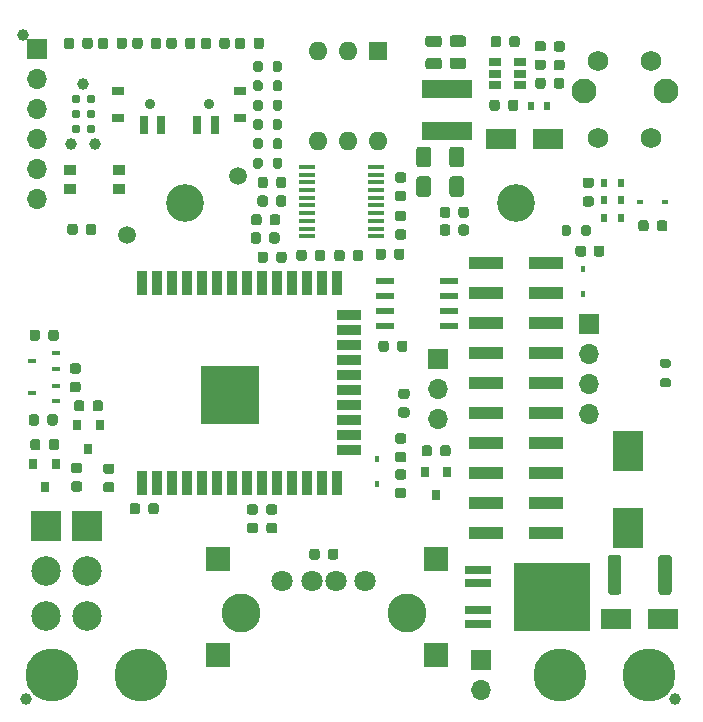
<source format=gts>
G04 #@! TF.GenerationSoftware,KiCad,Pcbnew,5.1.10*
G04 #@! TF.CreationDate,2021-09-27T13:14:11+02:00*
G04 #@! TF.ProjectId,KXKM_ESP32_battery_management_board,4b584b4d-5f45-4535-9033-325f62617474,3.0*
G04 #@! TF.SameCoordinates,PX623a7c0PY839b680*
G04 #@! TF.FileFunction,Soldermask,Top*
G04 #@! TF.FilePolarity,Negative*
%FSLAX46Y46*%
G04 Gerber Fmt 4.6, Leading zero omitted, Abs format (unit mm)*
G04 Created by KiCad (PCBNEW 5.1.10) date 2021-09-27 13:14:11*
%MOMM*%
%LPD*%
G01*
G04 APERTURE LIST*
%ADD10O,1.600000X1.600000*%
%ADD11R,1.600000X1.600000*%
%ADD12O,1.700000X1.700000*%
%ADD13R,1.700000X1.700000*%
%ADD14R,0.600000X0.700000*%
%ADD15R,0.450000X0.600000*%
%ADD16R,0.900000X2.000000*%
%ADD17R,2.000000X0.900000*%
%ADD18R,5.000000X5.000000*%
%ADD19R,2.500000X2.500000*%
%ADD20C,2.500000*%
%ADD21R,0.800000X0.900000*%
%ADD22R,2.000000X2.000000*%
%ADD23C,1.800000*%
%ADD24C,3.300000*%
%ADD25C,1.000000*%
%ADD26R,2.500000X3.500000*%
%ADD27R,6.400000X5.800000*%
%ADD28R,2.200000X0.800000*%
%ADD29C,4.500880*%
%ADD30R,3.000000X1.000000*%
%ADD31R,4.200000X1.500000*%
%ADD32R,0.700000X0.450000*%
%ADD33R,2.500000X1.800000*%
%ADD34C,0.900000*%
%ADD35R,0.700000X1.500000*%
%ADD36R,1.000000X0.800000*%
%ADD37R,1.000000X0.900000*%
%ADD38C,0.787400*%
%ADD39C,0.990600*%
%ADD40R,0.600000X0.450000*%
%ADD41C,3.200000*%
%ADD42R,1.550000X0.600000*%
%ADD43R,1.450000X0.450000*%
%ADD44R,1.060000X0.650000*%
%ADD45C,1.500000*%
%ADD46C,2.100000*%
%ADD47C,1.750000*%
G04 APERTURE END LIST*
G36*
G01*
X21665000Y50743000D02*
X21665000Y51293000D01*
G75*
G02*
X21865000Y51493000I200000J0D01*
G01*
X22265000Y51493000D01*
G75*
G02*
X22465000Y51293000I0J-200000D01*
G01*
X22465000Y50743000D01*
G75*
G02*
X22265000Y50543000I-200000J0D01*
G01*
X21865000Y50543000D01*
G75*
G02*
X21665000Y50743000I0J200000D01*
G01*
G37*
G36*
G01*
X20015000Y50743000D02*
X20015000Y51293000D01*
G75*
G02*
X20215000Y51493000I200000J0D01*
G01*
X20615000Y51493000D01*
G75*
G02*
X20815000Y51293000I0J-200000D01*
G01*
X20815000Y50743000D01*
G75*
G02*
X20615000Y50543000I-200000J0D01*
G01*
X20215000Y50543000D01*
G75*
G02*
X20015000Y50743000I0J200000D01*
G01*
G37*
G36*
G01*
X20815000Y52929000D02*
X20815000Y52379000D01*
G75*
G02*
X20615000Y52179000I-200000J0D01*
G01*
X20215000Y52179000D01*
G75*
G02*
X20015000Y52379000I0J200000D01*
G01*
X20015000Y52929000D01*
G75*
G02*
X20215000Y53129000I200000J0D01*
G01*
X20615000Y53129000D01*
G75*
G02*
X20815000Y52929000I0J-200000D01*
G01*
G37*
G36*
G01*
X22465000Y52929000D02*
X22465000Y52379000D01*
G75*
G02*
X22265000Y52179000I-200000J0D01*
G01*
X21865000Y52179000D01*
G75*
G02*
X21665000Y52379000I0J200000D01*
G01*
X21665000Y52929000D01*
G75*
G02*
X21865000Y53129000I200000J0D01*
G01*
X22265000Y53129000D01*
G75*
G02*
X22465000Y52929000I0J-200000D01*
G01*
G37*
G36*
G01*
X21665000Y54015000D02*
X21665000Y54565000D01*
G75*
G02*
X21865000Y54765000I200000J0D01*
G01*
X22265000Y54765000D01*
G75*
G02*
X22465000Y54565000I0J-200000D01*
G01*
X22465000Y54015000D01*
G75*
G02*
X22265000Y53815000I-200000J0D01*
G01*
X21865000Y53815000D01*
G75*
G02*
X21665000Y54015000I0J200000D01*
G01*
G37*
G36*
G01*
X20015000Y54015000D02*
X20015000Y54565000D01*
G75*
G02*
X20215000Y54765000I200000J0D01*
G01*
X20615000Y54765000D01*
G75*
G02*
X20815000Y54565000I0J-200000D01*
G01*
X20815000Y54015000D01*
G75*
G02*
X20615000Y53815000I-200000J0D01*
G01*
X20215000Y53815000D01*
G75*
G02*
X20015000Y54015000I0J200000D01*
G01*
G37*
G36*
G01*
X21665000Y49107000D02*
X21665000Y49657000D01*
G75*
G02*
X21865000Y49857000I200000J0D01*
G01*
X22265000Y49857000D01*
G75*
G02*
X22465000Y49657000I0J-200000D01*
G01*
X22465000Y49107000D01*
G75*
G02*
X22265000Y48907000I-200000J0D01*
G01*
X21865000Y48907000D01*
G75*
G02*
X21665000Y49107000I0J200000D01*
G01*
G37*
G36*
G01*
X20015000Y49107000D02*
X20015000Y49657000D01*
G75*
G02*
X20215000Y49857000I200000J0D01*
G01*
X20615000Y49857000D01*
G75*
G02*
X20815000Y49657000I0J-200000D01*
G01*
X20815000Y49107000D01*
G75*
G02*
X20615000Y48907000I-200000J0D01*
G01*
X20215000Y48907000D01*
G75*
G02*
X20015000Y49107000I0J200000D01*
G01*
G37*
G36*
G01*
X21665000Y45835000D02*
X21665000Y46385000D01*
G75*
G02*
X21865000Y46585000I200000J0D01*
G01*
X22265000Y46585000D01*
G75*
G02*
X22465000Y46385000I0J-200000D01*
G01*
X22465000Y45835000D01*
G75*
G02*
X22265000Y45635000I-200000J0D01*
G01*
X21865000Y45635000D01*
G75*
G02*
X21665000Y45835000I0J200000D01*
G01*
G37*
G36*
G01*
X20015000Y45835000D02*
X20015000Y46385000D01*
G75*
G02*
X20215000Y46585000I200000J0D01*
G01*
X20615000Y46585000D01*
G75*
G02*
X20815000Y46385000I0J-200000D01*
G01*
X20815000Y45835000D01*
G75*
G02*
X20615000Y45635000I-200000J0D01*
G01*
X20215000Y45635000D01*
G75*
G02*
X20015000Y45835000I0J200000D01*
G01*
G37*
G36*
G01*
X20815000Y48021000D02*
X20815000Y47471000D01*
G75*
G02*
X20615000Y47271000I-200000J0D01*
G01*
X20215000Y47271000D01*
G75*
G02*
X20015000Y47471000I0J200000D01*
G01*
X20015000Y48021000D01*
G75*
G02*
X20215000Y48221000I200000J0D01*
G01*
X20615000Y48221000D01*
G75*
G02*
X20815000Y48021000I0J-200000D01*
G01*
G37*
G36*
G01*
X22465000Y48021000D02*
X22465000Y47471000D01*
G75*
G02*
X22265000Y47271000I-200000J0D01*
G01*
X21865000Y47271000D01*
G75*
G02*
X21665000Y47471000I0J200000D01*
G01*
X21665000Y48021000D01*
G75*
G02*
X21865000Y48221000I200000J0D01*
G01*
X22265000Y48221000D01*
G75*
G02*
X22465000Y48021000I0J-200000D01*
G01*
G37*
D10*
X30560000Y48020000D03*
X25480000Y55640000D03*
X28020000Y48020000D03*
X28020000Y55640000D03*
X25480000Y48020000D03*
D11*
X30560000Y55640000D03*
D12*
X39325000Y1510000D03*
D13*
X39325000Y4050000D03*
G36*
G01*
X46935000Y40685000D02*
X46935000Y40135000D01*
G75*
G02*
X46735000Y39935000I-200000J0D01*
G01*
X46335000Y39935000D01*
G75*
G02*
X46135000Y40135000I0J200000D01*
G01*
X46135000Y40685000D01*
G75*
G02*
X46335000Y40885000I200000J0D01*
G01*
X46735000Y40885000D01*
G75*
G02*
X46935000Y40685000I0J-200000D01*
G01*
G37*
G36*
G01*
X48585000Y40685000D02*
X48585000Y40135000D01*
G75*
G02*
X48385000Y39935000I-200000J0D01*
G01*
X47985000Y39935000D01*
G75*
G02*
X47785000Y40135000I0J200000D01*
G01*
X47785000Y40685000D01*
G75*
G02*
X47985000Y40885000I200000J0D01*
G01*
X48385000Y40885000D01*
G75*
G02*
X48585000Y40685000I0J-200000D01*
G01*
G37*
G36*
G01*
X55185000Y28765000D02*
X54635000Y28765000D01*
G75*
G02*
X54435000Y28965000I0J200000D01*
G01*
X54435000Y29365000D01*
G75*
G02*
X54635000Y29565000I200000J0D01*
G01*
X55185000Y29565000D01*
G75*
G02*
X55385000Y29365000I0J-200000D01*
G01*
X55385000Y28965000D01*
G75*
G02*
X55185000Y28765000I-200000J0D01*
G01*
G37*
G36*
G01*
X55185000Y27115000D02*
X54635000Y27115000D01*
G75*
G02*
X54435000Y27315000I0J200000D01*
G01*
X54435000Y27715000D01*
G75*
G02*
X54635000Y27915000I200000J0D01*
G01*
X55185000Y27915000D01*
G75*
G02*
X55385000Y27715000I0J-200000D01*
G01*
X55385000Y27315000D01*
G75*
G02*
X55185000Y27115000I-200000J0D01*
G01*
G37*
D14*
X49750000Y41440000D03*
X51150000Y41440000D03*
D15*
X47970000Y37140000D03*
X47970000Y35040000D03*
G36*
G01*
X48205000Y38910000D02*
X48205000Y38410000D01*
G75*
G02*
X47980000Y38185000I-225000J0D01*
G01*
X47530000Y38185000D01*
G75*
G02*
X47305000Y38410000I0J225000D01*
G01*
X47305000Y38910000D01*
G75*
G02*
X47530000Y39135000I225000J0D01*
G01*
X47980000Y39135000D01*
G75*
G02*
X48205000Y38910000I0J-225000D01*
G01*
G37*
G36*
G01*
X49755000Y38910000D02*
X49755000Y38410000D01*
G75*
G02*
X49530000Y38185000I-225000J0D01*
G01*
X49080000Y38185000D01*
G75*
G02*
X48855000Y38410000I0J225000D01*
G01*
X48855000Y38910000D01*
G75*
G02*
X49080000Y39135000I225000J0D01*
G01*
X49530000Y39135000D01*
G75*
G02*
X49755000Y38910000I0J-225000D01*
G01*
G37*
D16*
X10595000Y36000000D03*
X11865000Y36000000D03*
X13135000Y36000000D03*
X14405000Y36000000D03*
X15675000Y36000000D03*
X16945000Y36000000D03*
X18215000Y36000000D03*
X19485000Y36000000D03*
X20755000Y36000000D03*
X22025000Y36000000D03*
X23295000Y36000000D03*
X24565000Y36000000D03*
X25835000Y36000000D03*
X27105000Y36000000D03*
D17*
X28105000Y33215000D03*
X28105000Y31945000D03*
X28105000Y30675000D03*
X28105000Y29405000D03*
X28105000Y28135000D03*
X28105000Y26865000D03*
X28105000Y25595000D03*
X28105000Y24325000D03*
X28105000Y23055000D03*
X28105000Y21785000D03*
D16*
X27105000Y19000000D03*
X25835000Y19000000D03*
X24565000Y19000000D03*
X23295000Y19000000D03*
X22025000Y19000000D03*
X20755000Y19000000D03*
X19485000Y19000000D03*
X18215000Y19000000D03*
X16945000Y19000000D03*
X15675000Y19000000D03*
X14405000Y19000000D03*
X13135000Y19000000D03*
X11865000Y19000000D03*
X10595000Y19000000D03*
D18*
X18095000Y26500000D03*
G36*
G01*
X26350000Y12743750D02*
X26350000Y13256250D01*
G75*
G02*
X26568750Y13475000I218750J0D01*
G01*
X27006250Y13475000D01*
G75*
G02*
X27225000Y13256250I0J-218750D01*
G01*
X27225000Y12743750D01*
G75*
G02*
X27006250Y12525000I-218750J0D01*
G01*
X26568750Y12525000D01*
G75*
G02*
X26350000Y12743750I0J218750D01*
G01*
G37*
G36*
G01*
X24775000Y12743750D02*
X24775000Y13256250D01*
G75*
G02*
X24993750Y13475000I218750J0D01*
G01*
X25431250Y13475000D01*
G75*
G02*
X25650000Y13256250I0J-218750D01*
G01*
X25650000Y12743750D01*
G75*
G02*
X25431250Y12525000I-218750J0D01*
G01*
X24993750Y12525000D01*
G75*
G02*
X24775000Y12743750I0J218750D01*
G01*
G37*
D19*
X2450000Y15410000D03*
D20*
X2450000Y11600000D03*
X2450000Y7790000D03*
D19*
X5950000Y15410000D03*
D20*
X5950000Y11600000D03*
X5950000Y7790000D03*
D21*
X35500000Y18000000D03*
X34550000Y20000000D03*
X36450000Y20000000D03*
D22*
X35500000Y4440000D03*
X35500000Y12560000D03*
X17000000Y4440000D03*
X17000000Y12560000D03*
D21*
X3310000Y20650000D03*
X1410000Y20650000D03*
X2360000Y18650000D03*
X7020000Y23910000D03*
X5120000Y23910000D03*
X6070000Y21910000D03*
D23*
X29500000Y10710000D03*
X27000000Y10710000D03*
X25000000Y10710000D03*
X22500000Y10710000D03*
D24*
X33000000Y8000000D03*
X19000000Y8000000D03*
D25*
X500000Y57000000D03*
X55750000Y750000D03*
X750000Y750000D03*
D26*
X51750000Y15250000D03*
X51750000Y21750000D03*
G36*
G01*
X7750000Y56506250D02*
X7750000Y55993750D01*
G75*
G02*
X7531250Y55775000I-218750J0D01*
G01*
X7093750Y55775000D01*
G75*
G02*
X6875000Y55993750I0J218750D01*
G01*
X6875000Y56506250D01*
G75*
G02*
X7093750Y56725000I218750J0D01*
G01*
X7531250Y56725000D01*
G75*
G02*
X7750000Y56506250I0J-218750D01*
G01*
G37*
G36*
G01*
X9325000Y56506250D02*
X9325000Y55993750D01*
G75*
G02*
X9106250Y55775000I-218750J0D01*
G01*
X8668750Y55775000D01*
G75*
G02*
X8450000Y55993750I0J218750D01*
G01*
X8450000Y56506250D01*
G75*
G02*
X8668750Y56725000I218750J0D01*
G01*
X9106250Y56725000D01*
G75*
G02*
X9325000Y56506250I0J-218750D01*
G01*
G37*
D14*
X51140000Y44460000D03*
X49740000Y44460000D03*
G36*
G01*
X37806250Y54075000D02*
X36893750Y54075000D01*
G75*
G02*
X36650000Y54318750I0J243750D01*
G01*
X36650000Y54806250D01*
G75*
G02*
X36893750Y55050000I243750J0D01*
G01*
X37806250Y55050000D01*
G75*
G02*
X38050000Y54806250I0J-243750D01*
G01*
X38050000Y54318750D01*
G75*
G02*
X37806250Y54075000I-243750J0D01*
G01*
G37*
G36*
G01*
X37806250Y55950000D02*
X36893750Y55950000D01*
G75*
G02*
X36650000Y56193750I0J243750D01*
G01*
X36650000Y56681250D01*
G75*
G02*
X36893750Y56925000I243750J0D01*
G01*
X37806250Y56925000D01*
G75*
G02*
X38050000Y56681250I0J-243750D01*
G01*
X38050000Y56193750D01*
G75*
G02*
X37806250Y55950000I-243750J0D01*
G01*
G37*
D27*
X45340000Y9410000D03*
D28*
X39040000Y7130000D03*
X39040000Y8270000D03*
X39040000Y10550000D03*
X39040000Y11690000D03*
G36*
G01*
X40125000Y56143750D02*
X40125000Y56656250D01*
G75*
G02*
X40343750Y56875000I218750J0D01*
G01*
X40781250Y56875000D01*
G75*
G02*
X41000000Y56656250I0J-218750D01*
G01*
X41000000Y56143750D01*
G75*
G02*
X40781250Y55925000I-218750J0D01*
G01*
X40343750Y55925000D01*
G75*
G02*
X40125000Y56143750I0J218750D01*
G01*
G37*
G36*
G01*
X41700000Y56143750D02*
X41700000Y56656250D01*
G75*
G02*
X41918750Y56875000I218750J0D01*
G01*
X42356250Y56875000D01*
G75*
G02*
X42575000Y56656250I0J-218750D01*
G01*
X42575000Y56143750D01*
G75*
G02*
X42356250Y55925000I-218750J0D01*
G01*
X41918750Y55925000D01*
G75*
G02*
X41700000Y56143750I0J218750D01*
G01*
G37*
G36*
G01*
X45668750Y56425000D02*
X46181250Y56425000D01*
G75*
G02*
X46400000Y56206250I0J-218750D01*
G01*
X46400000Y55768750D01*
G75*
G02*
X46181250Y55550000I-218750J0D01*
G01*
X45668750Y55550000D01*
G75*
G02*
X45450000Y55768750I0J218750D01*
G01*
X45450000Y56206250D01*
G75*
G02*
X45668750Y56425000I218750J0D01*
G01*
G37*
G36*
G01*
X45668750Y54850000D02*
X46181250Y54850000D01*
G75*
G02*
X46400000Y54631250I0J-218750D01*
G01*
X46400000Y54193750D01*
G75*
G02*
X46181250Y53975000I-218750J0D01*
G01*
X45668750Y53975000D01*
G75*
G02*
X45450000Y54193750I0J218750D01*
G01*
X45450000Y54631250D01*
G75*
G02*
X45668750Y54850000I218750J0D01*
G01*
G37*
G36*
G01*
X44068750Y54875000D02*
X44581250Y54875000D01*
G75*
G02*
X44800000Y54656250I0J-218750D01*
G01*
X44800000Y54218750D01*
G75*
G02*
X44581250Y54000000I-218750J0D01*
G01*
X44068750Y54000000D01*
G75*
G02*
X43850000Y54218750I0J218750D01*
G01*
X43850000Y54656250D01*
G75*
G02*
X44068750Y54875000I218750J0D01*
G01*
G37*
G36*
G01*
X44068750Y56450000D02*
X44581250Y56450000D01*
G75*
G02*
X44800000Y56231250I0J-218750D01*
G01*
X44800000Y55793750D01*
G75*
G02*
X44581250Y55575000I-218750J0D01*
G01*
X44068750Y55575000D01*
G75*
G02*
X43850000Y55793750I0J218750D01*
G01*
X43850000Y56231250D01*
G75*
G02*
X44068750Y56450000I218750J0D01*
G01*
G37*
G36*
G01*
X45475000Y52618750D02*
X45475000Y53131250D01*
G75*
G02*
X45693750Y53350000I218750J0D01*
G01*
X46131250Y53350000D01*
G75*
G02*
X46350000Y53131250I0J-218750D01*
G01*
X46350000Y52618750D01*
G75*
G02*
X46131250Y52400000I-218750J0D01*
G01*
X45693750Y52400000D01*
G75*
G02*
X45475000Y52618750I0J218750D01*
G01*
G37*
G36*
G01*
X43900000Y52618750D02*
X43900000Y53131250D01*
G75*
G02*
X44118750Y53350000I218750J0D01*
G01*
X44556250Y53350000D01*
G75*
G02*
X44775000Y53131250I0J-218750D01*
G01*
X44775000Y52618750D01*
G75*
G02*
X44556250Y52400000I-218750J0D01*
G01*
X44118750Y52400000D01*
G75*
G02*
X43900000Y52618750I0J218750D01*
G01*
G37*
D29*
X10500000Y2750000D03*
D12*
X48450000Y24880000D03*
X48450000Y27420000D03*
X48450000Y29960000D03*
D13*
X48450000Y32500000D03*
D30*
X44770000Y37680000D03*
X39730000Y37680000D03*
X44770000Y35140000D03*
X39730000Y35140000D03*
X44770000Y32600000D03*
X39730000Y32600000D03*
X44770000Y30060000D03*
X39730000Y30060000D03*
X44770000Y27520000D03*
X39730000Y27520000D03*
X44770000Y24980000D03*
X39730000Y24980000D03*
X44770000Y22440000D03*
X39730000Y22440000D03*
X44770000Y19900000D03*
X39730000Y19900000D03*
X44770000Y17360000D03*
X39730000Y17360000D03*
X44770000Y14820000D03*
X39730000Y14820000D03*
D31*
X36400000Y52425000D03*
X36400000Y48825000D03*
D32*
X3320000Y28710000D03*
X3320000Y30010000D03*
X1320000Y29360000D03*
G36*
G01*
X1015000Y24113750D02*
X1015000Y24626250D01*
G75*
G02*
X1233750Y24845000I218750J0D01*
G01*
X1671250Y24845000D01*
G75*
G02*
X1890000Y24626250I0J-218750D01*
G01*
X1890000Y24113750D01*
G75*
G02*
X1671250Y23895000I-218750J0D01*
G01*
X1233750Y23895000D01*
G75*
G02*
X1015000Y24113750I0J218750D01*
G01*
G37*
G36*
G01*
X2590000Y24113750D02*
X2590000Y24626250D01*
G75*
G02*
X2808750Y24845000I218750J0D01*
G01*
X3246250Y24845000D01*
G75*
G02*
X3465000Y24626250I0J-218750D01*
G01*
X3465000Y24113750D01*
G75*
G02*
X3246250Y23895000I-218750J0D01*
G01*
X2808750Y23895000D01*
G75*
G02*
X2590000Y24113750I0J218750D01*
G01*
G37*
G36*
G01*
X22835000Y44726250D02*
X22835000Y44213750D01*
G75*
G02*
X22616250Y43995000I-218750J0D01*
G01*
X22178750Y43995000D01*
G75*
G02*
X21960000Y44213750I0J218750D01*
G01*
X21960000Y44726250D01*
G75*
G02*
X22178750Y44945000I218750J0D01*
G01*
X22616250Y44945000D01*
G75*
G02*
X22835000Y44726250I0J-218750D01*
G01*
G37*
G36*
G01*
X21260000Y44726250D02*
X21260000Y44213750D01*
G75*
G02*
X21041250Y43995000I-218750J0D01*
G01*
X20603750Y43995000D01*
G75*
G02*
X20385000Y44213750I0J218750D01*
G01*
X20385000Y44726250D01*
G75*
G02*
X20603750Y44945000I218750J0D01*
G01*
X21041250Y44945000D01*
G75*
G02*
X21260000Y44726250I0J-218750D01*
G01*
G37*
G36*
G01*
X24540000Y38556250D02*
X24540000Y38043750D01*
G75*
G02*
X24321250Y37825000I-218750J0D01*
G01*
X23883750Y37825000D01*
G75*
G02*
X23665000Y38043750I0J218750D01*
G01*
X23665000Y38556250D01*
G75*
G02*
X23883750Y38775000I218750J0D01*
G01*
X24321250Y38775000D01*
G75*
G02*
X24540000Y38556250I0J-218750D01*
G01*
G37*
G36*
G01*
X26115000Y38556250D02*
X26115000Y38043750D01*
G75*
G02*
X25896250Y37825000I-218750J0D01*
G01*
X25458750Y37825000D01*
G75*
G02*
X25240000Y38043750I0J218750D01*
G01*
X25240000Y38556250D01*
G75*
G02*
X25458750Y38775000I218750J0D01*
G01*
X25896250Y38775000D01*
G75*
G02*
X26115000Y38556250I0J-218750D01*
G01*
G37*
G36*
G01*
X26885000Y38033750D02*
X26885000Y38546250D01*
G75*
G02*
X27103750Y38765000I218750J0D01*
G01*
X27541250Y38765000D01*
G75*
G02*
X27760000Y38546250I0J-218750D01*
G01*
X27760000Y38033750D01*
G75*
G02*
X27541250Y37815000I-218750J0D01*
G01*
X27103750Y37815000D01*
G75*
G02*
X26885000Y38033750I0J218750D01*
G01*
G37*
G36*
G01*
X28460000Y38033750D02*
X28460000Y38546250D01*
G75*
G02*
X28678750Y38765000I218750J0D01*
G01*
X29116250Y38765000D01*
G75*
G02*
X29335000Y38546250I0J-218750D01*
G01*
X29335000Y38033750D01*
G75*
G02*
X29116250Y37815000I-218750J0D01*
G01*
X28678750Y37815000D01*
G75*
G02*
X28460000Y38033750I0J218750D01*
G01*
G37*
G36*
G01*
X21375000Y39518750D02*
X21375000Y40031250D01*
G75*
G02*
X21593750Y40250000I218750J0D01*
G01*
X22031250Y40250000D01*
G75*
G02*
X22250000Y40031250I0J-218750D01*
G01*
X22250000Y39518750D01*
G75*
G02*
X22031250Y39300000I-218750J0D01*
G01*
X21593750Y39300000D01*
G75*
G02*
X21375000Y39518750I0J218750D01*
G01*
G37*
G36*
G01*
X19800000Y39518750D02*
X19800000Y40031250D01*
G75*
G02*
X20018750Y40250000I218750J0D01*
G01*
X20456250Y40250000D01*
G75*
G02*
X20675000Y40031250I0J-218750D01*
G01*
X20675000Y39518750D01*
G75*
G02*
X20456250Y39300000I-218750J0D01*
G01*
X20018750Y39300000D01*
G75*
G02*
X19800000Y39518750I0J218750D01*
G01*
G37*
G36*
G01*
X20395000Y37883750D02*
X20395000Y38396250D01*
G75*
G02*
X20613750Y38615000I218750J0D01*
G01*
X21051250Y38615000D01*
G75*
G02*
X21270000Y38396250I0J-218750D01*
G01*
X21270000Y37883750D01*
G75*
G02*
X21051250Y37665000I-218750J0D01*
G01*
X20613750Y37665000D01*
G75*
G02*
X20395000Y37883750I0J218750D01*
G01*
G37*
G36*
G01*
X21970000Y37883750D02*
X21970000Y38396250D01*
G75*
G02*
X22188750Y38615000I218750J0D01*
G01*
X22626250Y38615000D01*
G75*
G02*
X22845000Y38396250I0J-218750D01*
G01*
X22845000Y37883750D01*
G75*
G02*
X22626250Y37665000I-218750J0D01*
G01*
X22188750Y37665000D01*
G75*
G02*
X21970000Y37883750I0J218750D01*
G01*
G37*
D15*
X30500000Y18950000D03*
X30500000Y21050000D03*
D32*
X1320000Y26610000D03*
X3320000Y27260000D03*
X3320000Y25960000D03*
G36*
G01*
X19693750Y15650000D02*
X20206250Y15650000D01*
G75*
G02*
X20425000Y15431250I0J-218750D01*
G01*
X20425000Y14993750D01*
G75*
G02*
X20206250Y14775000I-218750J0D01*
G01*
X19693750Y14775000D01*
G75*
G02*
X19475000Y14993750I0J218750D01*
G01*
X19475000Y15431250D01*
G75*
G02*
X19693750Y15650000I218750J0D01*
G01*
G37*
G36*
G01*
X19693750Y17225000D02*
X20206250Y17225000D01*
G75*
G02*
X20425000Y17006250I0J-218750D01*
G01*
X20425000Y16568750D01*
G75*
G02*
X20206250Y16350000I-218750J0D01*
G01*
X19693750Y16350000D01*
G75*
G02*
X19475000Y16568750I0J218750D01*
G01*
X19475000Y17006250D01*
G75*
G02*
X19693750Y17225000I218750J0D01*
G01*
G37*
G36*
G01*
X6725000Y40756250D02*
X6725000Y40243750D01*
G75*
G02*
X6506250Y40025000I-218750J0D01*
G01*
X6068750Y40025000D01*
G75*
G02*
X5850000Y40243750I0J218750D01*
G01*
X5850000Y40756250D01*
G75*
G02*
X6068750Y40975000I218750J0D01*
G01*
X6506250Y40975000D01*
G75*
G02*
X6725000Y40756250I0J-218750D01*
G01*
G37*
G36*
G01*
X5150000Y40756250D02*
X5150000Y40243750D01*
G75*
G02*
X4931250Y40025000I-218750J0D01*
G01*
X4493750Y40025000D01*
G75*
G02*
X4275000Y40243750I0J218750D01*
G01*
X4275000Y40756250D01*
G75*
G02*
X4493750Y40975000I218750J0D01*
G01*
X4931250Y40975000D01*
G75*
G02*
X5150000Y40756250I0J-218750D01*
G01*
G37*
G36*
G01*
X21343750Y15650000D02*
X21856250Y15650000D01*
G75*
G02*
X22075000Y15431250I0J-218750D01*
G01*
X22075000Y14993750D01*
G75*
G02*
X21856250Y14775000I-218750J0D01*
G01*
X21343750Y14775000D01*
G75*
G02*
X21125000Y14993750I0J218750D01*
G01*
X21125000Y15431250D01*
G75*
G02*
X21343750Y15650000I218750J0D01*
G01*
G37*
G36*
G01*
X21343750Y17225000D02*
X21856250Y17225000D01*
G75*
G02*
X22075000Y17006250I0J-218750D01*
G01*
X22075000Y16568750D01*
G75*
G02*
X21856250Y16350000I-218750J0D01*
G01*
X21343750Y16350000D01*
G75*
G02*
X21125000Y16568750I0J218750D01*
G01*
X21125000Y17006250D01*
G75*
G02*
X21343750Y17225000I218750J0D01*
G01*
G37*
G36*
G01*
X4693750Y29165000D02*
X5206250Y29165000D01*
G75*
G02*
X5425000Y28946250I0J-218750D01*
G01*
X5425000Y28508750D01*
G75*
G02*
X5206250Y28290000I-218750J0D01*
G01*
X4693750Y28290000D01*
G75*
G02*
X4475000Y28508750I0J218750D01*
G01*
X4475000Y28946250D01*
G75*
G02*
X4693750Y29165000I218750J0D01*
G01*
G37*
G36*
G01*
X4693750Y27590000D02*
X5206250Y27590000D01*
G75*
G02*
X5425000Y27371250I0J-218750D01*
G01*
X5425000Y26933750D01*
G75*
G02*
X5206250Y26715000I-218750J0D01*
G01*
X4693750Y26715000D01*
G75*
G02*
X4475000Y26933750I0J218750D01*
G01*
X4475000Y27371250D01*
G75*
G02*
X4693750Y27590000I218750J0D01*
G01*
G37*
G36*
G01*
X2670000Y31283750D02*
X2670000Y31796250D01*
G75*
G02*
X2888750Y32015000I218750J0D01*
G01*
X3326250Y32015000D01*
G75*
G02*
X3545000Y31796250I0J-218750D01*
G01*
X3545000Y31283750D01*
G75*
G02*
X3326250Y31065000I-218750J0D01*
G01*
X2888750Y31065000D01*
G75*
G02*
X2670000Y31283750I0J218750D01*
G01*
G37*
G36*
G01*
X1095000Y31283750D02*
X1095000Y31796250D01*
G75*
G02*
X1313750Y32015000I218750J0D01*
G01*
X1751250Y32015000D01*
G75*
G02*
X1970000Y31796250I0J-218750D01*
G01*
X1970000Y31283750D01*
G75*
G02*
X1751250Y31065000I-218750J0D01*
G01*
X1313750Y31065000D01*
G75*
G02*
X1095000Y31283750I0J218750D01*
G01*
G37*
G36*
G01*
X32756250Y20775000D02*
X32243750Y20775000D01*
G75*
G02*
X32025000Y20993750I0J218750D01*
G01*
X32025000Y21431250D01*
G75*
G02*
X32243750Y21650000I218750J0D01*
G01*
X32756250Y21650000D01*
G75*
G02*
X32975000Y21431250I0J-218750D01*
G01*
X32975000Y20993750D01*
G75*
G02*
X32756250Y20775000I-218750J0D01*
G01*
G37*
G36*
G01*
X32756250Y22350000D02*
X32243750Y22350000D01*
G75*
G02*
X32025000Y22568750I0J218750D01*
G01*
X32025000Y23006250D01*
G75*
G02*
X32243750Y23225000I218750J0D01*
G01*
X32756250Y23225000D01*
G75*
G02*
X32975000Y23006250I0J-218750D01*
G01*
X32975000Y22568750D01*
G75*
G02*
X32756250Y22350000I-218750J0D01*
G01*
G37*
G36*
G01*
X5326250Y19860000D02*
X4813750Y19860000D01*
G75*
G02*
X4595000Y20078750I0J218750D01*
G01*
X4595000Y20516250D01*
G75*
G02*
X4813750Y20735000I218750J0D01*
G01*
X5326250Y20735000D01*
G75*
G02*
X5545000Y20516250I0J-218750D01*
G01*
X5545000Y20078750D01*
G75*
G02*
X5326250Y19860000I-218750J0D01*
G01*
G37*
G36*
G01*
X5326250Y18285000D02*
X4813750Y18285000D01*
G75*
G02*
X4595000Y18503750I0J218750D01*
G01*
X4595000Y18941250D01*
G75*
G02*
X4813750Y19160000I218750J0D01*
G01*
X5326250Y19160000D01*
G75*
G02*
X5545000Y18941250I0J-218750D01*
G01*
X5545000Y18503750D01*
G75*
G02*
X5326250Y18285000I-218750J0D01*
G01*
G37*
G36*
G01*
X7533750Y20675000D02*
X8046250Y20675000D01*
G75*
G02*
X8265000Y20456250I0J-218750D01*
G01*
X8265000Y20018750D01*
G75*
G02*
X8046250Y19800000I-218750J0D01*
G01*
X7533750Y19800000D01*
G75*
G02*
X7315000Y20018750I0J218750D01*
G01*
X7315000Y20456250D01*
G75*
G02*
X7533750Y20675000I218750J0D01*
G01*
G37*
G36*
G01*
X7533750Y19100000D02*
X8046250Y19100000D01*
G75*
G02*
X8265000Y18881250I0J-218750D01*
G01*
X8265000Y18443750D01*
G75*
G02*
X8046250Y18225000I-218750J0D01*
G01*
X7533750Y18225000D01*
G75*
G02*
X7315000Y18443750I0J218750D01*
G01*
X7315000Y18881250D01*
G75*
G02*
X7533750Y19100000I218750J0D01*
G01*
G37*
G36*
G01*
X1135000Y22023750D02*
X1135000Y22536250D01*
G75*
G02*
X1353750Y22755000I218750J0D01*
G01*
X1791250Y22755000D01*
G75*
G02*
X2010000Y22536250I0J-218750D01*
G01*
X2010000Y22023750D01*
G75*
G02*
X1791250Y21805000I-218750J0D01*
G01*
X1353750Y21805000D01*
G75*
G02*
X1135000Y22023750I0J218750D01*
G01*
G37*
G36*
G01*
X2710000Y22023750D02*
X2710000Y22536250D01*
G75*
G02*
X2928750Y22755000I218750J0D01*
G01*
X3366250Y22755000D01*
G75*
G02*
X3585000Y22536250I0J-218750D01*
G01*
X3585000Y22023750D01*
G75*
G02*
X3366250Y21805000I-218750J0D01*
G01*
X2928750Y21805000D01*
G75*
G02*
X2710000Y22023750I0J218750D01*
G01*
G37*
G36*
G01*
X4845000Y25303750D02*
X4845000Y25816250D01*
G75*
G02*
X5063750Y26035000I218750J0D01*
G01*
X5501250Y26035000D01*
G75*
G02*
X5720000Y25816250I0J-218750D01*
G01*
X5720000Y25303750D01*
G75*
G02*
X5501250Y25085000I-218750J0D01*
G01*
X5063750Y25085000D01*
G75*
G02*
X4845000Y25303750I0J218750D01*
G01*
G37*
G36*
G01*
X6420000Y25303750D02*
X6420000Y25816250D01*
G75*
G02*
X6638750Y26035000I218750J0D01*
G01*
X7076250Y26035000D01*
G75*
G02*
X7295000Y25816250I0J-218750D01*
G01*
X7295000Y25303750D01*
G75*
G02*
X7076250Y25085000I-218750J0D01*
G01*
X6638750Y25085000D01*
G75*
G02*
X6420000Y25303750I0J218750D01*
G01*
G37*
G36*
G01*
X31950000Y38143750D02*
X31950000Y38656250D01*
G75*
G02*
X32168750Y38875000I218750J0D01*
G01*
X32606250Y38875000D01*
G75*
G02*
X32825000Y38656250I0J-218750D01*
G01*
X32825000Y38143750D01*
G75*
G02*
X32606250Y37925000I-218750J0D01*
G01*
X32168750Y37925000D01*
G75*
G02*
X31950000Y38143750I0J218750D01*
G01*
G37*
G36*
G01*
X30375000Y38143750D02*
X30375000Y38656250D01*
G75*
G02*
X30593750Y38875000I218750J0D01*
G01*
X31031250Y38875000D01*
G75*
G02*
X31250000Y38656250I0J-218750D01*
G01*
X31250000Y38143750D01*
G75*
G02*
X31031250Y37925000I-218750J0D01*
G01*
X30593750Y37925000D01*
G75*
G02*
X30375000Y38143750I0J218750D01*
G01*
G37*
G36*
G01*
X34275000Y21493750D02*
X34275000Y22006250D01*
G75*
G02*
X34493750Y22225000I218750J0D01*
G01*
X34931250Y22225000D01*
G75*
G02*
X35150000Y22006250I0J-218750D01*
G01*
X35150000Y21493750D01*
G75*
G02*
X34931250Y21275000I-218750J0D01*
G01*
X34493750Y21275000D01*
G75*
G02*
X34275000Y21493750I0J218750D01*
G01*
G37*
G36*
G01*
X35850000Y21493750D02*
X35850000Y22006250D01*
G75*
G02*
X36068750Y22225000I218750J0D01*
G01*
X36506250Y22225000D01*
G75*
G02*
X36725000Y22006250I0J-218750D01*
G01*
X36725000Y21493750D01*
G75*
G02*
X36506250Y21275000I-218750J0D01*
G01*
X36068750Y21275000D01*
G75*
G02*
X35850000Y21493750I0J218750D01*
G01*
G37*
D33*
X41000000Y48175000D03*
X45000000Y48175000D03*
D14*
X43525000Y50975000D03*
X44925000Y50975000D03*
X51140000Y42960000D03*
X49740000Y42960000D03*
D34*
X16250000Y51080000D03*
X11250000Y51080000D03*
D35*
X16750000Y49320000D03*
X15250000Y49320000D03*
X12250000Y49320000D03*
X10750000Y49320000D03*
D36*
X18900000Y52180000D03*
X8600000Y52180000D03*
X8600000Y49970000D03*
X18900000Y49970000D03*
D37*
X8630000Y43930000D03*
X8630000Y45530000D03*
X4530000Y43930000D03*
X4530000Y45530000D03*
G36*
G01*
X10437500Y17106250D02*
X10437500Y16593750D01*
G75*
G02*
X10218750Y16375000I-218750J0D01*
G01*
X9781250Y16375000D01*
G75*
G02*
X9562500Y16593750I0J218750D01*
G01*
X9562500Y17106250D01*
G75*
G02*
X9781250Y17325000I218750J0D01*
G01*
X10218750Y17325000D01*
G75*
G02*
X10437500Y17106250I0J-218750D01*
G01*
G37*
G36*
G01*
X12012500Y17106250D02*
X12012500Y16593750D01*
G75*
G02*
X11793750Y16375000I-218750J0D01*
G01*
X11356250Y16375000D01*
G75*
G02*
X11137500Y16593750I0J218750D01*
G01*
X11137500Y17106250D01*
G75*
G02*
X11356250Y17325000I218750J0D01*
G01*
X11793750Y17325000D01*
G75*
G02*
X12012500Y17106250I0J-218750D01*
G01*
G37*
G36*
G01*
X30625000Y30343750D02*
X30625000Y30856250D01*
G75*
G02*
X30843750Y31075000I218750J0D01*
G01*
X31281250Y31075000D01*
G75*
G02*
X31500000Y30856250I0J-218750D01*
G01*
X31500000Y30343750D01*
G75*
G02*
X31281250Y30125000I-218750J0D01*
G01*
X30843750Y30125000D01*
G75*
G02*
X30625000Y30343750I0J218750D01*
G01*
G37*
G36*
G01*
X32200000Y30343750D02*
X32200000Y30856250D01*
G75*
G02*
X32418750Y31075000I218750J0D01*
G01*
X32856250Y31075000D01*
G75*
G02*
X33075000Y30856250I0J-218750D01*
G01*
X33075000Y30343750D01*
G75*
G02*
X32856250Y30125000I-218750J0D01*
G01*
X32418750Y30125000D01*
G75*
G02*
X32200000Y30343750I0J218750D01*
G01*
G37*
G36*
G01*
X40900000Y51256250D02*
X40900000Y50743750D01*
G75*
G02*
X40681250Y50525000I-218750J0D01*
G01*
X40243750Y50525000D01*
G75*
G02*
X40025000Y50743750I0J218750D01*
G01*
X40025000Y51256250D01*
G75*
G02*
X40243750Y51475000I218750J0D01*
G01*
X40681250Y51475000D01*
G75*
G02*
X40900000Y51256250I0J-218750D01*
G01*
G37*
G36*
G01*
X42475000Y51256250D02*
X42475000Y50743750D01*
G75*
G02*
X42256250Y50525000I-218750J0D01*
G01*
X41818750Y50525000D01*
G75*
G02*
X41600000Y50743750I0J218750D01*
G01*
X41600000Y51256250D01*
G75*
G02*
X41818750Y51475000I218750J0D01*
G01*
X42256250Y51475000D01*
G75*
G02*
X42475000Y51256250I0J-218750D01*
G01*
G37*
G36*
G01*
X32243750Y40500000D02*
X32756250Y40500000D01*
G75*
G02*
X32975000Y40281250I0J-218750D01*
G01*
X32975000Y39843750D01*
G75*
G02*
X32756250Y39625000I-218750J0D01*
G01*
X32243750Y39625000D01*
G75*
G02*
X32025000Y39843750I0J218750D01*
G01*
X32025000Y40281250D01*
G75*
G02*
X32243750Y40500000I218750J0D01*
G01*
G37*
G36*
G01*
X32243750Y42075000D02*
X32756250Y42075000D01*
G75*
G02*
X32975000Y41856250I0J-218750D01*
G01*
X32975000Y41418750D01*
G75*
G02*
X32756250Y41200000I-218750J0D01*
G01*
X32243750Y41200000D01*
G75*
G02*
X32025000Y41418750I0J218750D01*
G01*
X32025000Y41856250D01*
G75*
G02*
X32243750Y42075000I218750J0D01*
G01*
G37*
G36*
G01*
X22300000Y41566250D02*
X22300000Y41053750D01*
G75*
G02*
X22081250Y40835000I-218750J0D01*
G01*
X21643750Y40835000D01*
G75*
G02*
X21425000Y41053750I0J218750D01*
G01*
X21425000Y41566250D01*
G75*
G02*
X21643750Y41785000I218750J0D01*
G01*
X22081250Y41785000D01*
G75*
G02*
X22300000Y41566250I0J-218750D01*
G01*
G37*
G36*
G01*
X20725000Y41566250D02*
X20725000Y41053750D01*
G75*
G02*
X20506250Y40835000I-218750J0D01*
G01*
X20068750Y40835000D01*
G75*
G02*
X19850000Y41053750I0J218750D01*
G01*
X19850000Y41566250D01*
G75*
G02*
X20068750Y41785000I218750J0D01*
G01*
X20506250Y41785000D01*
G75*
G02*
X20725000Y41566250I0J-218750D01*
G01*
G37*
G36*
G01*
X32756250Y44450000D02*
X32243750Y44450000D01*
G75*
G02*
X32025000Y44668750I0J218750D01*
G01*
X32025000Y45106250D01*
G75*
G02*
X32243750Y45325000I218750J0D01*
G01*
X32756250Y45325000D01*
G75*
G02*
X32975000Y45106250I0J-218750D01*
G01*
X32975000Y44668750D01*
G75*
G02*
X32756250Y44450000I-218750J0D01*
G01*
G37*
G36*
G01*
X32756250Y42875000D02*
X32243750Y42875000D01*
G75*
G02*
X32025000Y43093750I0J218750D01*
G01*
X32025000Y43531250D01*
G75*
G02*
X32243750Y43750000I218750J0D01*
G01*
X32756250Y43750000D01*
G75*
G02*
X32975000Y43531250I0J-218750D01*
G01*
X32975000Y43093750D01*
G75*
G02*
X32756250Y42875000I-218750J0D01*
G01*
G37*
G36*
G01*
X22825000Y43156250D02*
X22825000Y42643750D01*
G75*
G02*
X22606250Y42425000I-218750J0D01*
G01*
X22168750Y42425000D01*
G75*
G02*
X21950000Y42643750I0J218750D01*
G01*
X21950000Y43156250D01*
G75*
G02*
X22168750Y43375000I218750J0D01*
G01*
X22606250Y43375000D01*
G75*
G02*
X22825000Y43156250I0J-218750D01*
G01*
G37*
G36*
G01*
X21250000Y43156250D02*
X21250000Y42643750D01*
G75*
G02*
X21031250Y42425000I-218750J0D01*
G01*
X20593750Y42425000D01*
G75*
G02*
X20375000Y42643750I0J218750D01*
G01*
X20375000Y43156250D01*
G75*
G02*
X20593750Y43375000I218750J0D01*
G01*
X21031250Y43375000D01*
G75*
G02*
X21250000Y43156250I0J-218750D01*
G01*
G37*
G36*
G01*
X35756250Y55925000D02*
X34843750Y55925000D01*
G75*
G02*
X34600000Y56168750I0J243750D01*
G01*
X34600000Y56656250D01*
G75*
G02*
X34843750Y56900000I243750J0D01*
G01*
X35756250Y56900000D01*
G75*
G02*
X36000000Y56656250I0J-243750D01*
G01*
X36000000Y56168750D01*
G75*
G02*
X35756250Y55925000I-243750J0D01*
G01*
G37*
G36*
G01*
X35756250Y54050000D02*
X34843750Y54050000D01*
G75*
G02*
X34600000Y54293750I0J243750D01*
G01*
X34600000Y54781250D01*
G75*
G02*
X34843750Y55025000I243750J0D01*
G01*
X35756250Y55025000D01*
G75*
G02*
X36000000Y54781250I0J-243750D01*
G01*
X36000000Y54293750D01*
G75*
G02*
X35756250Y54050000I-243750J0D01*
G01*
G37*
G36*
G01*
X37875000Y47250000D02*
X37875000Y46000000D01*
G75*
G02*
X37625000Y45750000I-250000J0D01*
G01*
X36875000Y45750000D01*
G75*
G02*
X36625000Y46000000I0J250000D01*
G01*
X36625000Y47250000D01*
G75*
G02*
X36875000Y47500000I250000J0D01*
G01*
X37625000Y47500000D01*
G75*
G02*
X37875000Y47250000I0J-250000D01*
G01*
G37*
G36*
G01*
X35075000Y47250000D02*
X35075000Y46000000D01*
G75*
G02*
X34825000Y45750000I-250000J0D01*
G01*
X34075000Y45750000D01*
G75*
G02*
X33825000Y46000000I0J250000D01*
G01*
X33825000Y47250000D01*
G75*
G02*
X34075000Y47500000I250000J0D01*
G01*
X34825000Y47500000D01*
G75*
G02*
X35075000Y47250000I0J-250000D01*
G01*
G37*
G36*
G01*
X35075000Y44750000D02*
X35075000Y43500000D01*
G75*
G02*
X34825000Y43250000I-250000J0D01*
G01*
X34075000Y43250000D01*
G75*
G02*
X33825000Y43500000I0J250000D01*
G01*
X33825000Y44750000D01*
G75*
G02*
X34075000Y45000000I250000J0D01*
G01*
X34825000Y45000000D01*
G75*
G02*
X35075000Y44750000I0J-250000D01*
G01*
G37*
G36*
G01*
X37875000Y44750000D02*
X37875000Y43500000D01*
G75*
G02*
X37625000Y43250000I-250000J0D01*
G01*
X36875000Y43250000D01*
G75*
G02*
X36625000Y43500000I0J250000D01*
G01*
X36625000Y44750000D01*
G75*
G02*
X36875000Y45000000I250000J0D01*
G01*
X37625000Y45000000D01*
G75*
G02*
X37875000Y44750000I0J-250000D01*
G01*
G37*
D38*
X6275000Y49030000D03*
X5005000Y49030000D03*
X6275000Y50300000D03*
X5005000Y50300000D03*
X6275000Y51570000D03*
X5005000Y51570000D03*
D39*
X5640000Y52840000D03*
X4624000Y47760000D03*
X6656000Y47760000D03*
D13*
X1750000Y55750000D03*
D12*
X1750000Y53210000D03*
X1750000Y50670000D03*
X1750000Y48130000D03*
X1750000Y45590000D03*
X1750000Y43050000D03*
D40*
X52800000Y42800000D03*
X54900000Y42800000D03*
G36*
G01*
X19350000Y56506250D02*
X19350000Y55993750D01*
G75*
G02*
X19131250Y55775000I-218750J0D01*
G01*
X18693750Y55775000D01*
G75*
G02*
X18475000Y55993750I0J218750D01*
G01*
X18475000Y56506250D01*
G75*
G02*
X18693750Y56725000I218750J0D01*
G01*
X19131250Y56725000D01*
G75*
G02*
X19350000Y56506250I0J-218750D01*
G01*
G37*
G36*
G01*
X20925000Y56506250D02*
X20925000Y55993750D01*
G75*
G02*
X20706250Y55775000I-218750J0D01*
G01*
X20268750Y55775000D01*
G75*
G02*
X20050000Y55993750I0J218750D01*
G01*
X20050000Y56506250D01*
G75*
G02*
X20268750Y56725000I218750J0D01*
G01*
X20706250Y56725000D01*
G75*
G02*
X20925000Y56506250I0J-218750D01*
G01*
G37*
G36*
G01*
X15125000Y56506250D02*
X15125000Y55993750D01*
G75*
G02*
X14906250Y55775000I-218750J0D01*
G01*
X14468750Y55775000D01*
G75*
G02*
X14250000Y55993750I0J218750D01*
G01*
X14250000Y56506250D01*
G75*
G02*
X14468750Y56725000I218750J0D01*
G01*
X14906250Y56725000D01*
G75*
G02*
X15125000Y56506250I0J-218750D01*
G01*
G37*
G36*
G01*
X13550000Y56506250D02*
X13550000Y55993750D01*
G75*
G02*
X13331250Y55775000I-218750J0D01*
G01*
X12893750Y55775000D01*
G75*
G02*
X12675000Y55993750I0J218750D01*
G01*
X12675000Y56506250D01*
G75*
G02*
X12893750Y56725000I218750J0D01*
G01*
X13331250Y56725000D01*
G75*
G02*
X13550000Y56506250I0J-218750D01*
G01*
G37*
G36*
G01*
X16450000Y56506250D02*
X16450000Y55993750D01*
G75*
G02*
X16231250Y55775000I-218750J0D01*
G01*
X15793750Y55775000D01*
G75*
G02*
X15575000Y55993750I0J218750D01*
G01*
X15575000Y56506250D01*
G75*
G02*
X15793750Y56725000I218750J0D01*
G01*
X16231250Y56725000D01*
G75*
G02*
X16450000Y56506250I0J-218750D01*
G01*
G37*
G36*
G01*
X18025000Y56506250D02*
X18025000Y55993750D01*
G75*
G02*
X17806250Y55775000I-218750J0D01*
G01*
X17368750Y55775000D01*
G75*
G02*
X17150000Y55993750I0J218750D01*
G01*
X17150000Y56506250D01*
G75*
G02*
X17368750Y56725000I218750J0D01*
G01*
X17806250Y56725000D01*
G75*
G02*
X18025000Y56506250I0J-218750D01*
G01*
G37*
G36*
G01*
X6425000Y56506250D02*
X6425000Y55993750D01*
G75*
G02*
X6206250Y55775000I-218750J0D01*
G01*
X5768750Y55775000D01*
G75*
G02*
X5550000Y55993750I0J218750D01*
G01*
X5550000Y56506250D01*
G75*
G02*
X5768750Y56725000I218750J0D01*
G01*
X6206250Y56725000D01*
G75*
G02*
X6425000Y56506250I0J-218750D01*
G01*
G37*
G36*
G01*
X4850000Y56506250D02*
X4850000Y55993750D01*
G75*
G02*
X4631250Y55775000I-218750J0D01*
G01*
X4193750Y55775000D01*
G75*
G02*
X3975000Y55993750I0J218750D01*
G01*
X3975000Y56506250D01*
G75*
G02*
X4193750Y56725000I218750J0D01*
G01*
X4631250Y56725000D01*
G75*
G02*
X4850000Y56506250I0J-218750D01*
G01*
G37*
G36*
G01*
X12225000Y56506250D02*
X12225000Y55993750D01*
G75*
G02*
X12006250Y55775000I-218750J0D01*
G01*
X11568750Y55775000D01*
G75*
G02*
X11350000Y55993750I0J218750D01*
G01*
X11350000Y56506250D01*
G75*
G02*
X11568750Y56725000I218750J0D01*
G01*
X12006250Y56725000D01*
G75*
G02*
X12225000Y56506250I0J-218750D01*
G01*
G37*
G36*
G01*
X10650000Y56506250D02*
X10650000Y55993750D01*
G75*
G02*
X10431250Y55775000I-218750J0D01*
G01*
X9993750Y55775000D01*
G75*
G02*
X9775000Y55993750I0J218750D01*
G01*
X9775000Y56506250D01*
G75*
G02*
X9993750Y56725000I218750J0D01*
G01*
X10431250Y56725000D01*
G75*
G02*
X10650000Y56506250I0J-218750D01*
G01*
G37*
D41*
X14250000Y42750000D03*
X42250000Y42750000D03*
D42*
X36600000Y32295000D03*
X36600000Y33565000D03*
X36600000Y34835000D03*
X36600000Y36105000D03*
X31200000Y36105000D03*
X31200000Y34835000D03*
X31200000Y33565000D03*
X31200000Y32295000D03*
D43*
X24550000Y45775000D03*
X24550000Y45125000D03*
X24550000Y44475000D03*
X24550000Y43825000D03*
X24550000Y43175000D03*
X24550000Y42525000D03*
X24550000Y41875000D03*
X24550000Y41225000D03*
X24550000Y40575000D03*
X24550000Y39925000D03*
X30450000Y39925000D03*
X30450000Y40575000D03*
X30450000Y41225000D03*
X30450000Y41875000D03*
X30450000Y42525000D03*
X30450000Y43175000D03*
X30450000Y43825000D03*
X30450000Y44475000D03*
X30450000Y45125000D03*
X30450000Y45775000D03*
D44*
X42650000Y52750000D03*
X42650000Y53700000D03*
X42650000Y54650000D03*
X40450000Y54650000D03*
X40450000Y52750000D03*
X40450000Y53700000D03*
G36*
G01*
X52625000Y40543750D02*
X52625000Y41056250D01*
G75*
G02*
X52843750Y41275000I218750J0D01*
G01*
X53281250Y41275000D01*
G75*
G02*
X53500000Y41056250I0J-218750D01*
G01*
X53500000Y40543750D01*
G75*
G02*
X53281250Y40325000I-218750J0D01*
G01*
X52843750Y40325000D01*
G75*
G02*
X52625000Y40543750I0J218750D01*
G01*
G37*
G36*
G01*
X54200000Y40543750D02*
X54200000Y41056250D01*
G75*
G02*
X54418750Y41275000I218750J0D01*
G01*
X54856250Y41275000D01*
G75*
G02*
X55075000Y41056250I0J-218750D01*
G01*
X55075000Y40543750D01*
G75*
G02*
X54856250Y40325000I-218750J0D01*
G01*
X54418750Y40325000D01*
G75*
G02*
X54200000Y40543750I0J218750D01*
G01*
G37*
G36*
G01*
X48646250Y44010000D02*
X48133750Y44010000D01*
G75*
G02*
X47915000Y44228750I0J218750D01*
G01*
X47915000Y44666250D01*
G75*
G02*
X48133750Y44885000I218750J0D01*
G01*
X48646250Y44885000D01*
G75*
G02*
X48865000Y44666250I0J-218750D01*
G01*
X48865000Y44228750D01*
G75*
G02*
X48646250Y44010000I-218750J0D01*
G01*
G37*
G36*
G01*
X48646250Y42435000D02*
X48133750Y42435000D01*
G75*
G02*
X47915000Y42653750I0J218750D01*
G01*
X47915000Y43091250D01*
G75*
G02*
X48133750Y43310000I218750J0D01*
G01*
X48646250Y43310000D01*
G75*
G02*
X48865000Y43091250I0J-218750D01*
G01*
X48865000Y42653750D01*
G75*
G02*
X48646250Y42435000I-218750J0D01*
G01*
G37*
G36*
G01*
X33036250Y24565000D02*
X32523750Y24565000D01*
G75*
G02*
X32305000Y24783750I0J218750D01*
G01*
X32305000Y25221250D01*
G75*
G02*
X32523750Y25440000I218750J0D01*
G01*
X33036250Y25440000D01*
G75*
G02*
X33255000Y25221250I0J-218750D01*
G01*
X33255000Y24783750D01*
G75*
G02*
X33036250Y24565000I-218750J0D01*
G01*
G37*
G36*
G01*
X33036250Y26140000D02*
X32523750Y26140000D01*
G75*
G02*
X32305000Y26358750I0J218750D01*
G01*
X32305000Y26796250D01*
G75*
G02*
X32523750Y27015000I218750J0D01*
G01*
X33036250Y27015000D01*
G75*
G02*
X33255000Y26796250I0J-218750D01*
G01*
X33255000Y26358750D01*
G75*
G02*
X33036250Y26140000I-218750J0D01*
G01*
G37*
G36*
G01*
X32756250Y17737500D02*
X32243750Y17737500D01*
G75*
G02*
X32025000Y17956250I0J218750D01*
G01*
X32025000Y18393750D01*
G75*
G02*
X32243750Y18612500I218750J0D01*
G01*
X32756250Y18612500D01*
G75*
G02*
X32975000Y18393750I0J-218750D01*
G01*
X32975000Y17956250D01*
G75*
G02*
X32756250Y17737500I-218750J0D01*
G01*
G37*
G36*
G01*
X32756250Y19312500D02*
X32243750Y19312500D01*
G75*
G02*
X32025000Y19531250I0J218750D01*
G01*
X32025000Y19968750D01*
G75*
G02*
X32243750Y20187500I218750J0D01*
G01*
X32756250Y20187500D01*
G75*
G02*
X32975000Y19968750I0J-218750D01*
G01*
X32975000Y19531250D01*
G75*
G02*
X32756250Y19312500I-218750J0D01*
G01*
G37*
G36*
G01*
X38275000Y40706250D02*
X38275000Y40193750D01*
G75*
G02*
X38056250Y39975000I-218750J0D01*
G01*
X37618750Y39975000D01*
G75*
G02*
X37400000Y40193750I0J218750D01*
G01*
X37400000Y40706250D01*
G75*
G02*
X37618750Y40925000I218750J0D01*
G01*
X38056250Y40925000D01*
G75*
G02*
X38275000Y40706250I0J-218750D01*
G01*
G37*
G36*
G01*
X36700000Y40706250D02*
X36700000Y40193750D01*
G75*
G02*
X36481250Y39975000I-218750J0D01*
G01*
X36043750Y39975000D01*
G75*
G02*
X35825000Y40193750I0J218750D01*
G01*
X35825000Y40706250D01*
G75*
G02*
X36043750Y40925000I218750J0D01*
G01*
X36481250Y40925000D01*
G75*
G02*
X36700000Y40706250I0J-218750D01*
G01*
G37*
G36*
G01*
X35825000Y41693750D02*
X35825000Y42206250D01*
G75*
G02*
X36043750Y42425000I218750J0D01*
G01*
X36481250Y42425000D01*
G75*
G02*
X36700000Y42206250I0J-218750D01*
G01*
X36700000Y41693750D01*
G75*
G02*
X36481250Y41475000I-218750J0D01*
G01*
X36043750Y41475000D01*
G75*
G02*
X35825000Y41693750I0J218750D01*
G01*
G37*
G36*
G01*
X37400000Y41693750D02*
X37400000Y42206250D01*
G75*
G02*
X37618750Y42425000I218750J0D01*
G01*
X38056250Y42425000D01*
G75*
G02*
X38275000Y42206250I0J-218750D01*
G01*
X38275000Y41693750D01*
G75*
G02*
X38056250Y41475000I-218750J0D01*
G01*
X37618750Y41475000D01*
G75*
G02*
X37400000Y41693750I0J218750D01*
G01*
G37*
D45*
X9300000Y40000000D03*
X18700000Y45050000D03*
D13*
X35650000Y29550000D03*
D12*
X35650000Y27010000D03*
X35650000Y24470000D03*
D33*
X54750000Y7500000D03*
X50750000Y7500000D03*
G36*
G01*
X55450000Y12700003D02*
X55450000Y9799997D01*
G75*
G02*
X55200003Y9550000I-249997J0D01*
G01*
X54574997Y9550000D01*
G75*
G02*
X54325000Y9799997I0J249997D01*
G01*
X54325000Y12700003D01*
G75*
G02*
X54574997Y12950000I249997J0D01*
G01*
X55200003Y12950000D01*
G75*
G02*
X55450000Y12700003I0J-249997D01*
G01*
G37*
G36*
G01*
X51175000Y12700003D02*
X51175000Y9799997D01*
G75*
G02*
X50925003Y9550000I-249997J0D01*
G01*
X50299997Y9550000D01*
G75*
G02*
X50050000Y9799997I0J249997D01*
G01*
X50050000Y12700003D01*
G75*
G02*
X50299997Y12950000I249997J0D01*
G01*
X50925003Y12950000D01*
G75*
G02*
X51175000Y12700003I0J-249997D01*
G01*
G37*
D29*
X46000000Y2750000D03*
X3000000Y2750000D03*
X53500000Y2750000D03*
D46*
X55000000Y52260000D03*
D47*
X53740000Y54750000D03*
X49240000Y54750000D03*
D46*
X47990000Y52260000D03*
D47*
X49240000Y48250000D03*
X53740000Y48250000D03*
M02*

</source>
